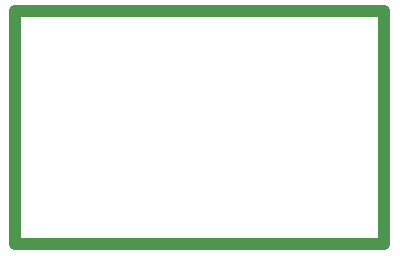
<source format=gko>
G04 Layer: BoardOutline*
G04 EasyEDA v6.4.7, 2020-10-21T08:40:06+11:00*
G04 167876914e964c2ea181e253bf9821b7,8b00c40d607e4de580d566db1ee26a9b,10*
G04 Gerber Generator version 0.2*
G04 Scale: 100 percent, Rotated: No, Reflected: No *
G04 Dimensions in millimeters *
G04 leading zeros omitted , absolute positions ,3 integer and 3 decimal *
%FSLAX33Y33*%
%MOMM*%
G90*
D02*

%ADD10C,0.999998*%
G54D10*
G01X0Y19685D02*
G01X31242Y19685D01*
G01X31242Y0D01*
G01X0Y19685D02*
G01X0Y0D01*
G01X31242Y0D01*

%LPD*%
M00*
M02*

</source>
